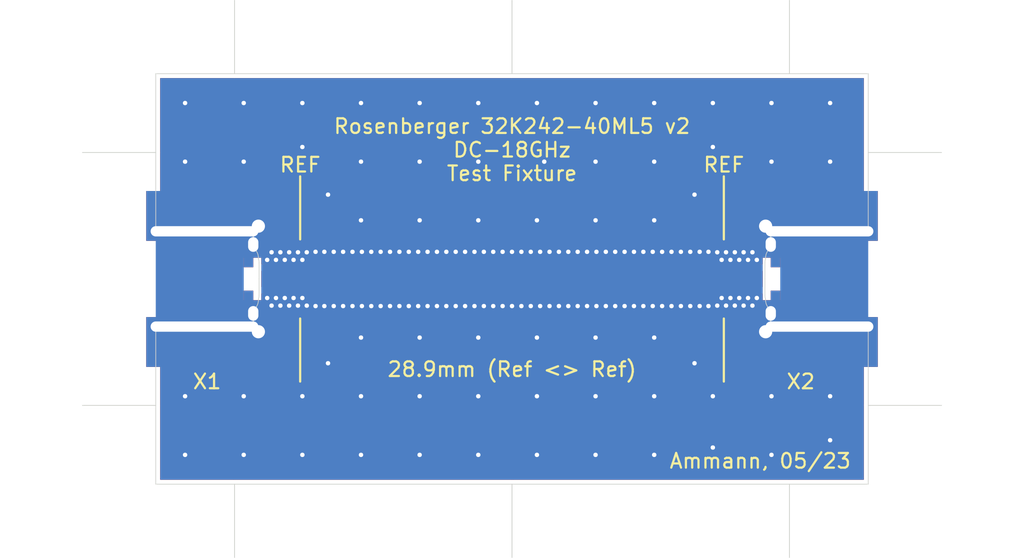
<source format=kicad_pcb>
(kicad_pcb (version 20221018) (generator pcbnew)
  (layers (0 "F.Cu" signal) (1 "In1.Cu" signal) (2 "In2.Cu" signal) (3 "In3.Cu" signal) (4 "In4.Cu" signal) (31 "B.Cu" signal) (34 "B.Paste" user) (35 "F.Paste" user) (36 "B.SilkS" user "B.Silkscreen") (37 "F.SilkS" user "F.Silkscreen") (38 "B.Mask" user) (39 "F.Mask" user) (44 "Edge.Cuts" user))
  (net 0 "")
  (net 1 "/RF_TRACE")
  (net 2 "GND")
  (footprint "AMMANN_RF_Connectors:Rosenberger_32K242-40ML5v2" (layer "F.Cu") (at 0 14)
    (fp_text reference "X1" (at 3.5 7 unlocked) (layer "F.SilkS"))
    (fp_text value "SMA_Rosenberger_32K242-40ML5_v2")
    (fp_line (start 0 -3.25) (end 6.65 -3.25) (stroke (width 0.05)) (layer "Edge.Cuts"))
    (fp_line (start 0 3.25) (end 6.65 3.25) (stroke (width 0.05)) (layer "Edge.Cuts"))
    (fp_line (start 6.65 -3.25) (end 6.65 -2.111438) (stroke (width 0.05)) (layer "Edge.Cuts"))
    (fp_line (start 6.65 3.25) (end 6.65 2.111438) (stroke (width 0.05)) (layer "Edge.Cuts"))
    (fp_line (start 7.05 0) (end 7.05 -1.1) (stroke (width 0.05)) (layer "Edge.Cuts"))
    (fp_line (start 7.05 0) (end 7.05 1.1) (stroke (width 0.05)) (layer "Edge.Cuts"))
    (fp_arc (start 6.65 -2.111438) (mid 6.921662 -1.79526) (end 6.997383 -1.38534) (stroke (width 0.05)) (layer "Edge.Cuts"))
    (fp_arc (start 6.997382 1.38534) (mid 6.921661 1.79526) (end 6.649999 2.111438) (stroke (width 0.05)) (layer "Edge.Cuts"))
    (fp_arc (start 6.997383 -1.385341) (mid 7.036736 -1.245076) (end 7.05 -1.1) (stroke (width 0.05)) (layer "Edge.Cuts"))
    (fp_arc (start 7.05 1.1) (mid 7.036736 1.245076) (end 6.997383 1.385341) (stroke (width 0.05)) (layer "Edge.Cuts"))
    (pad "1" connect custom (at 11.55 0) (size 0.5 0.65) (layers "F.Cu") (net 1 "/RF_TRACE") (options (clearance outline) (anchor rect)) (primitives (gr_poly (pts (xy -1.7 0.6) (xy -1.95 0.6) (xy -1.95 0.125) (xy -2.35 0.125) (xy -2.35 0.55) (xy -4.35 0.55) (xy -4.35 -0.55) (xy -2.35 -0.55) (xy -2.35 -0.125) (xy -1.95 -0.125) (xy -1.95 -0.6) (xy -1.7 -0.6) (xy -1.7 -0.325) (xy 0.25 -0.325) (xy 0.25 0.325) (xy -1.7 0.325)) (width 0) (fill yes))))
    (pad "2" thru_hole rect (at 3.325 -3.25) (size 9.15 3.4) (drill oval 7.35 0.7 (offset 0.6 -1.05)) (property pad_prop_castellated) (layers "*.Cu" "*.Mask") (net 2 "GND"))
    (pad "2" thru_hole rect (at 3.325 3.25) (size 9.15 3.4) (drill oval 7.35 0.7 (offset 0.6 1.05)) (property pad_prop_castellated) (layers "*.Cu" "*.Mask") (net 2 "GND"))
    (pad "2" thru_hole custom (at 6.65 -2.35) (size 1 1) (drill oval 0.7 2.5) (property pad_prop_castellated) (layers "*.Cu" "*.Mask") (net 2 "GND") (options (clearance outline) (anchor rect)) (primitives (gr_poly (pts (xy 0 0.9) (xy 0 1.55) (xy -0.65 1.55) (xy -0.65 0.8) (xy -0.65 -1.575) (xy 1.85 -1.575) (xy 1.85 1.35) (xy 0.55 1.35) (xy 0.55 0.9)) (width 0) (fill yes))))
    (pad "2" thru_hole custom (at 6.65 2.35 180) (size 1 1) (drill oval 0.7 2.5) (property pad_prop_castellated) (layers "*.Cu" "*.Mask") (net 2 "GND") (options (clearance outline) (anchor rect)) (primitives (gr_poly (pts (xy 0 0.9) (xy 0 1.55) (xy 0.65 1.55) (xy 0.65 0.8) (xy 0.65 -1.575) (xy -1.85 -1.575) (xy -1.85 1.35) (xy -0.55 1.35) (xy -0.55 0.9)) (width 0) (fill yes))))
    (pad "2" thru_hole circle (at 7 -3.6) (size 1.9 1.9) (drill 0.9) (property pad_prop_castellated) (layers "*.Cu" "*.Mask") (net 2 "GND"))
    (pad "2" thru_hole circle (at 7 3.6) (size 1.9 1.9) (drill 0.9) (property pad_prop_castellated) (layers "*.Cu" "*.Mask") (net 2 "GND"))
    (pad "2" thru_hole circle (at 7.6 -1.3) (size 0.6 0.6) (drill 0.3) (layers "*.Cu" "*.Mask") (net 2 "GND"))
    (pad "2" thru_hole circle (at 7.6 1.3) (size 0.6 0.6) (drill 0.3) (layers "*.Mask" "F.Cu" "In1.Cu" "B.Cu") (net 2 "GND"))
    (pad "2" smd rect (at 7.85 0) (size 1.3 2) (layers "B.Cu") (net 2 "GND"))
    (pad "2" thru_hole circle (at 7.9 -1.81962) (size 0.6 0.6) (drill 0.3) (layers "*.Cu" "*.Mask") (net 2 "GND"))
    (pad "2" thru_hole circle (at 7.9 1.81962) (size 0.6 0.6) (drill 0.3) (layers "*.Cu" "*.Mask") (net 2 "GND"))
    (pad "2" thru_hole circle (at 8.2 -1.3) (size 0.6 0.6) (drill 0.3) (layers "*.Mask" "F.Cu" "In1.Cu" "B.Cu") (net 2 "GND"))
    (pad "2" thru_hole circle (at 8.2 1.3) (size 0.6 0.6) (drill 0.3) (layers "*.Mask" "F.Cu" "In1.Cu" "B.Cu") (net 2 "GND"))
    (pad "2" thru_hole circle (at 8.5 -1.81962) (size 0.6 0.6) (drill 0.3) (layers "*.Cu") (net 2 "GND"))
    (pad "2" thru_hole circle (at 8.5 1.81962) (size 0.6 0.6) (drill 0.3) (layers "*.Cu") (net 2 "GND"))
    (pad "2" thru_hole circle (at 8.8 -1.3) (size 0.6 0.6) (drill 0.3) (layers "*.Cu") (net 2 "GND"))
    (pad "2" thru_hole circle (at 8.8 1.3) (size 0.6 0.6) (drill 0.3) (layers "*.Cu") (net 2 "GND"))
    (pad "2" thru_hole circle (at 9.1 -1.81962) (size 0.6 0.6) (drill 0.3) (layers "*.Cu" "F.Mask") (net 2 "GND"))
    (pad "2" thru_hole circle (at 9.1 1.81962) (size 0.6 0.6) (drill 0.3) (layers "*.Cu" "F.Mask") (net 2 "GND"))
    (pad "2" thru_hole circle (at 9.4 -1.3) (size 0.6 0.6) (drill 0.3) (layers "*.Cu" "F.Mask") (net 2 "GND"))
    (pad "2" thru_hole circle (at 9.4 1.3) (size 0.6 0.6) (drill 0.3) (layers "*.Cu" "F.Mask") (net 2 "GND"))
    (pad "2" thru_hole circle (at 9.7 -1.81962) (size 0.6 0.6) (drill 0.3) (layers "*.Cu" "F.Mask") (net 2 "GND"))
    (pad "2" thru_hole circle (at 9.7 1.81962) (size 0.6 0.6) (drill 0.3) (layers "*.Cu" "F.Mask") (net 2 "GND"))
    (pad "2" connect custom (at 10 -2.025) (size 0.25 0.25) (layers "F.Cu") (net 2 "GND") (options (clearance outline) (anchor rect)) (primitives (gr_poly (pts (xy 1.8 0.475) (xy 1.8 -0.125) (xy -1.6 -0.125) (xy -1.6 1.025) (xy 0.18 1.025) (xy 0.68 0.475)) (width 0) (fill yes))))
    (pad "2" thru_hole circle (at 10 -1.3) (size 0.6 0.6) (drill 0.3) (layers "*.Cu" "F.Mask") (net 2 "GND"))
    (pad "2" thru_hole circle (at 10 1.3) (size 0.6 0.6) (drill 0.3) (layers "*.Cu" "F.Mask") (net 2 "GND"))
    (pad "2" connect custom (at 10 2.025) (size 0.25 0.25) (layers "F.Cu") (net 2 "GND") (options (clearance outline) (anchor rect)) (primitives (gr_poly (pts (xy 1.8 -0.475) (xy 1.8 0.125) (xy -1.6 0.125) (xy -1.6 -1.025) (xy 0.18 -1.025) (xy 0.68 -0.475)) (width 0) (fill yes))))
    (pad "2" thru_hole circle (at 10.3 -1.81962) (size 0.6 0.6) (drill 0.3) (layers "*.Cu" "F.Mask") (net 2 "GND"))
    (pad "2" thru_hole circle (at 10.3 1.81962) (size 0.6 0.6) (drill 0.3) (layers "*.Cu" "F.Mask") (net 2 "GND"))
    (pad "2" thru_hole circle (at 10.8992 -1.85) (size 0.6 0.6) (drill 0.3) (layers "*.Cu" "F.Mask") (net 2 "GND"))
    (pad "2" thru_hole circle (at 10.8992 1.85) (size 0.6 0.6) (drill 0.3) (layers "*.Cu" "F.Mask") (net 2 "GND"))
    (pad "2" thru_hole circle (at 11.4992 -1.85) (size 0.6 0.6) (drill 0.3) (layers "*.Cu" "F.Mask") (net 2 "GND"))
    (pad "2" thru_hole circle (at 11.4992 1.85) (size 0.6 0.6) (drill 0.3) (layers "*.Cu" "F.Mask") (net 2 "GND"))
    (zone (net 0) (net_name "") (layer "F.Cu") (name "Keepout_F.Cu") (connect_pads (clearance 0)) (min_thickness 0.254)
      (keepout (tracks allowed) (vias not_allowed) (pads allowed) (copperpour not_allowed) (footprints not_allowed))
      (fill (thermal_gap 0.508) (thermal_bridge_width 0.508))
      (polygon (pts (xy 6 12.55) (xy 7.2 12.55) (xy 7.2 13) (xy 10.18 13) (xy 10.68 12.45) (xy 11.8 12.45) (xy 11.8 15.55) (xy 10.68 15.55) (xy 10.18 15) (xy 7.2 15) (xy 7.2 15.45) (xy 6 15.45) (xy 6 16.6) (xy 0 16.6) (xy 0 11.4) (xy 6 11.4)))
    )
    (zone (net 0) (net_name "") (layer "B.Cu") (connect_pads (clearance 0)) (min_thickness 0.254)
      (keepout (tracks not_allowed) (vias not_allowed) (pads allowed) (copperpour not_allowed) (footprints not_allowed))
      (fill (thermal_gap 0.508) (thermal_bridge_width 0.508))
      (polygon (pts (xy 7.25 15.45) (xy 6 15.45) (xy 6 12.55) (xy 7.25 12.55)))
    )
  )
  (footprint "AMMANN_RF_Connectors:Rosenberger_32K242-40ML5v2" (layer "F.Cu") (at 48.6 14 180)
    (fp_text reference "X2" (at 4.6 -7 unlocked) (layer "F.SilkS"))
    (fp_text value "SMA_Rosenberger_32K242-40ML5_v2")
    (fp_line (start 0 -3.25) (end 6.65 -3.25) (stroke (width 0.05)) (layer "Edge.Cuts"))
    (fp_line (start 0 3.25) (end 6.65 3.25) (stroke (width 0.05)) (layer "Edge.Cuts"))
    (fp_line (start 6.65 -3.25) (end 6.65 -2.111438) (stroke (width 0.05)) (layer "Edge.Cuts"))
    (fp_line (start 6.65 3.25) (end 6.65 2.111438) (stroke (width 0.05)) (layer "Edge.Cuts"))
    (fp_line (start 7.05 0) (end 7.05 -1.1) (stroke (width 0.05)) (layer "Edge.Cuts"))
    (fp_line (start 7.05 0) (end 7.05 1.1) (stroke (width 0.05)) (layer "Edge.Cuts"))
    (fp_arc (start 6.65 -2.111438) (mid 6.921662 -1.79526) (end 6.997383 -1.38534) (stroke (width 0.05)) (layer "Edge.Cuts"))
    (fp_arc (start 6.997382 1.38534) (mid 6.921661 1.79526) (end 6.649999 2.111438) (stroke (width 0.05)) (layer "Edge.Cuts"))
    (fp_arc (start 6.997383 -1.385341) (mid 7.036736 -1.245076) (end 7.05 -1.1) (stroke (width 0.05)) (layer "Edge.Cuts"))
    (fp_arc (start 7.05 1.1) (mid 7.036736 1.245076) (end 6.997383 1.385341) (stroke (width 0.05)) (layer "Edge.Cuts"))
    (pad "1" connect custom (at 11.55 0 180) (size 0.5 0.65) (layers "F.Cu") (net 1 "/RF_TRACE") (options (clearance outline) (anchor rect)) (primitives (gr_poly (pts (xy -1.7 0.6) (xy -1.95 0.6) (xy -1.95 0.125) (xy -2.35 0.125) (xy -2.35 0.55) (xy -4.35 0.55) (xy -4.35 -0.55) (xy -2.35 -0.55) (xy -2.35 -0.125) (xy -1.95 -0.125) (xy -1.95 -0.6) (xy -1.7 -0.6) (xy -1.7 -0.325) (xy 0.25 -0.325) (xy 0.25 0.325) (xy -1.7 0.325)) (width 0) (fill yes))))
    (pad "2" thru_hole rect (at 3.325 -3.25 180) (size 9.15 3.4) (drill oval 7.35 0.7 (offset 0.6 -1.05)) (property pad_prop_castellated) (layers "*.Cu" "*.Mask") (net 2 "GND"))
    (pad "2" thru_hole rect (at 3.325 3.25 180) (size 9.15 3.4) (drill oval 7.35 0.7 (offset 0.6 1.05)) (property pad_prop_castellated) (layers "*.Cu" "*.Mask") (net 2 "GND"))
    (pad "2" thru_hole custom (at 6.65 -2.35 180) (size 1 1) (drill oval 0.7 2.5) (property pad_prop_castellated) (layers "*.Cu" "*.Mask") (net 2 "GND") (options (clearance outline) (anchor rect)) (primitives (gr_poly (pts (xy 0 0.9) (xy 0 1.55) (xy -0.65 1.55) (xy -0.65 0.8) (xy -0.65 -1.575) (xy 1.85 -1.575) (xy 1.85 1.35) (xy 0.55 1.35) (xy 0.55 0.9)) (width 0) (fill yes))))
    (pad "2" thru_hole custom (at 6.65 2.35) (size 1 1) (drill oval 0.7 2.5) (property pad_prop_castellated) (layers "*.Cu" "*.Mask") (net 2 "GND") (options (clearance outline) (anchor rect)) (primitives (gr_poly (pts (xy 0 0.9) (xy 0 1.55) (xy 0.65 1.55) (xy 0.65 0.8) (xy 0.65 -1.575) (xy -1.85 -1.575) (xy -1.85 1.35) (xy -0.55 1.35) (xy -0.55 0.9)) (width 0) (fill yes))))
    (pad "2" thru_hole circle (at 7 -3.6 180) (size 1.9 1.9) (drill 0.9) (property pad_prop_castellated) (layers "*.Cu" "*.Mask") (net 2 "GND"))
    (pad "2" thru_hole circle (at 7 3.6 180) (size 1.9 1.9) (drill 0.9) (property pad_prop_castellated) (layers "*.Cu" "*.Mask") (net 2 "GND"))
    (pad "2" thru_hole circle (at 7.6 -1.3 180) (size 0.6 0.6) (drill 0.3) (layers "*.Cu" "*.Mask") (net 2 "GND"))
    (pad "2" thru_hole circle (at 7.6 1.3 180) (size 0.6 0.6) (drill 0.3) (layers "*.Mask" "F.Cu" "In1.Cu" "B.Cu") (net 2 "GND"))
    (pad "2" smd rect (at 7.85 0 180) (size 1.3 2) (layers "B.Cu") (net 2 "GND"))
    (pad "2" thru_hole circle (at 7.9 -1.81962 180) (size 0.6 0.6) (drill 0.3) (layers "*.Cu" "*.Mask") (net 2 "GND"))
    (pad "2" thru_hole circle (at 7.9 1.81962 180) (size 0.6 0.6) (drill 0.3) (layers "*.Cu" "*.Mask") (net 2 "GND"))
    (pad "2" thru_hole circle (at 8.2 -1.3 180) (size 0.6 0.6) (drill 0.3) (layers "*.Mask" "F.Cu" "In1.Cu" "B.Cu") (net 2 "GND"))
    (pad "2" thru_hole circle (at 8.2 1.3 180) (size 0.6 0.6) (drill 0.3) (layers "*.Mask" "F.Cu" "In1.Cu" "B.Cu") (net 2 "GND"))
    (pad "2" thru_hole circle (at 8.5 -1.81962 180) (size 0.6 0.6) (drill 0.3) (layers "*.Cu") (net 2 "GND"))
    (pad "2" thru_hole circle (at 8.5 1.81962 180) (size 0.6 0.6) (drill 0.3) (layers "*.Cu") (net 2 "GND"))
    (pad "2" thru_hole circle (at 8.8 -1.3 180) (size 0.6 0.6) (drill 0.3) (layers "*.Cu") (net 2 "GND"))
    (pad "2" thru_hole circle (at 8.8 1.3 180) (size 0.6 0.6) (drill 0.3) (layers "*.Cu") (net 2 "GND"))
    (pad "2" thru_hole circle (at 9.1 -1.81962 180) (size 0.6 0.6) (drill 0.3) (layers "*.Cu" "F.Mask") (net 2 "GND"))
    (pad "2" thru_hole circle (at 9.1 1.81962 180) (size 0.6 0.6) (drill 0.3) (layers "*.Cu" "F.Mask") (net 2 "GND"))
    (pad "2" thru_hole circle (at 9.4 -1.3 180) (size 0.6 0.6) (drill 0.3) (layers "*.Cu" "F.Mask") (net 2 "GND"))
    (pad "2" thru_hole circle (at 9.4 1.3 180) (size 0.6 0.6) (drill 0.3) (layers "*.Cu" "F.Mask") (net 2 "GND"))
    (pad "2" thru_hole circle (at 9.7 -1.81962 180) (size 0.6 0.6) (drill 0.3) (layers "*.Cu" "F.Mask") (net 2 "GND"))
    (pad "2" thru_hole circle (at 9.7 1.81962 180) (size 0.6 0.6) (drill 0.3) (layers "*.Cu" "F.Mask") (net 2 "GND"))
    (pad "2" connect custom (at 10 -2.025 180) (size 0.25 0.25) (layers "F.Cu") (net 2 "GND") (options (clearance outline) (anchor rect)) (primitives (gr_poly (pts (xy 1.8 0.475) (xy 1.8 -0.125) (xy -1.6 -0.125) (xy -1.6 1.025) (xy 0.18 1.025) (xy 0.68 0.475)) (width 0) (fill yes))))
    (pad "2" thru_hole circle (at 10 -1.3 180) (size 0.6 0.6) (drill 0.3) (layers "*.Cu" "F.Mask") (net 2 "GND"))
    (pad "2" thru_hole circle (at 10 1.3 180) (size 0.6 0.6) (drill 0.3) (layers "*.Cu" "F.Mask") (net 2 "GND"))
    (pad "2" connect custom (at 10 2.025 180) (size 0.25 0.25) (layers "F.Cu") (net 2 "GND") (options (clearance outline) (anchor rect)) (primitives (gr_poly (pts (xy 1.8 -0.475) (xy 1.8 0.125) (xy -1.6 0.125) (xy -1.6 -1.025) (xy 0.18 -1.025) (xy 0.68 -0.475)) (width 0) (fill yes))))
    (pad "2" thru_hole circle (at 10.3 -1.81962 180) (size 0.6 0.6) (drill 0.3) (layers "*.Cu" "F.Mask") (net 2 "GND"))
    (pad "2" thru_hole circle (at 10.3 1.81962 180) (size 0.6 0.6) (drill 0.3) (layers "*.Cu" "F.Mask") (net 2 "GND"))
    (pad "2" thru_hole circle (at 10.8992 -1.85 180) (size 0.6 0.6) (drill 0.3) (layers "*.Cu" "F.Mask") (net 2 "GND"))
    (pad "2" thru_hole circle (at 10.8992 1.85 180) (size 0.6 0.6) (drill 0.3) (layers "*.Cu" "F.Mask") (net 2 "GND"))
    (pad "2" thru_hole circle (at 11.4992 -1.85 180) (size 0.6 0.6) (drill 0.3) (layers "*.Cu" "F.Mask") (net 2 "GND"))
    (pad "2" thru_hole circle (at 11.4992 1.85 180) (size 0.6 0.6) (drill 0.3) (layers "*.Cu" "F.Mask") (net 2 "GND"))
    (zone (net 0) (net_name "") (layer "F.Cu") (name "Keepout_F.Cu") (connect_pads (clearance 0)) (min_thickness 0.254)
      (keepout (tracks allowed) (vias not_allowed) (pads allowed) (copperpour not_allowed) (footprints not_allowed))
      (fill (thermal_gap 0.508) (thermal_bridge_width 0.508))
      (polygon (pts (xy 42.6 15.45) (xy 41.4 15.45) (xy 41.4 15) (xy 38.42 15) (xy 37.92 15.55) (xy 36.8 15.55) (xy 36.8 12.45) (xy 37.92 12.45) (xy 38.42 13) (xy 41.4 13) (xy 41.4 12.55) (xy 42.6 12.55) (xy 42.6 11.4) (xy 48.6 11.4) (xy 48.6 16.6) (xy 42.6 16.6)))
    )
    (zone (net 0) (net_name "") (layer "B.Cu") (connect_pads (clearance 0)) (min_thickness 0.254)
      (keepout (tracks not_allowed) (vias not_allowed) (pads allowed) (copperpour not_allowed) (footprints not_allowed))
      (fill (thermal_gap 0.508) (thermal_bridge_width 0.508))
      (polygon (pts (xy 41.35 12.55) (xy 42.6 12.55) (xy 42.6 15.45) (xy 41.35 15.45)))
    )
  )
  (gr_line (start 9.85 21) (end 9.85 16.7) (stroke (width 0.15)) (layer "F.SilkS"))
  (gr_line (start 9.85 11.3) (end 9.85 7) (stroke (width 0.15)) (layer "F.SilkS"))
  (gr_line (start 38.75 11.3) (end 38.75 7) (stroke (width 0.15)) (layer "F.SilkS"))
  (gr_line (start 38.75 21) (end 38.75 16.7) (stroke (width 0.15)) (layer "F.SilkS"))
  (gr_line (start -5 22.625) (end 0 22.625) (stroke (width 0.05588)) (layer "Edge.Cuts"))
  (gr_line (start 48.6 17.25) (end 48.6 28) (stroke (width 0.05)) (layer "Edge.Cuts"))
  (gr_line (start 48.6 5.375) (end 53.6 5.375) (stroke (width 0.05588)) (layer "Edge.Cuts"))
  (gr_line (start 5.375 28) (end 5.375 33) (stroke (width 0.05588)) (layer "Edge.Cuts"))
  (gr_line (start 48.6 22.625) (end 53.6 22.625) (stroke (width 0.05588)) (layer "Edge.Cuts"))
  (gr_line (start 43.225 0) (end 43.225 -5) (stroke (width 0.05588)) (layer "Edge.Cuts"))
  (gr_line (start -5 5.375) (end 0 5.375) (stroke (width 0.05588)) (layer "Edge.Cuts"))
  (gr_line (start 48.6 0) (end 48.6 10.75) (stroke (width 0.05)) (layer "Edge.Cuts"))
  (gr_line (start 0 0) (end 48.6 0) (stroke (width 0.05)) (layer "Edge.Cuts"))
  (gr_line (start 43.225 28) (end 43.225 33) (stroke (width 0.05588)) (layer "Edge.Cuts"))
  (gr_line (start 5.375 0) (end 5.375 -5) (stroke (width 0.05588)) (layer "Edge.Cuts"))
  (gr_line (start 24.3 0) (end 24.3 -5) (stroke (width 0.05588)) (layer "Edge.Cuts"))
  (gr_line (start 0 28) (end 0 17.25) (stroke (width 0.05)) (layer "Edge.Cuts"))
  (gr_line (start 48.6 28) (end 0 28) (stroke (width 0.05)) (layer "Edge.Cuts"))
  (gr_line (start 24.3 28) (end 24.3 33) (stroke (width 0.05588)) (layer "Edge.Cuts"))
  (gr_line (start 0 10.75) (end 0 0) (stroke (width 0.05)) (layer "Edge.Cuts"))
  (gr_text "REF" (at 9.85 6.8) (layer "F.SilkS") (effects (font (size 1 1)) (justify bottom)))
  (gr_text "REF" (at 38.75 6.8) (layer "F.SilkS") (effects (font (size 1 1)) (justify bottom)))
  (gr_text "Ammann, 05/23" (at 47.5 27) (layer "F.SilkS") (effects (font (size 1 1)) (justify right bottom)))
  (gr_text "28.9mm (Ref <> Ref)" (at 24.3 20.75) (layer "F.SilkS") (effects (font (size 1 1)) (justify bottom)))
  (gr_text "Rosenberger 32K242-40ML5 v2\nDC-18GHz\nTest Fixture" (at 24.3 3) (layer "F.SilkS") (effects (font (size 1 1)) (justify top)))
  (segment (start 11.55 14) (end 37.05 14) (width 0.65) (layer "F.Cu") (net 1))
  (via (at 34 6) (size 0.6) (drill 0.3) (layers "F.Cu" "B.Cu") (net 2))
  (via (at 12.14 12.15) (size 0.6) (drill 0.3) (layers "F.Cu" "B.Cu") (net 2))
  (via (at 13.42 12.15) (size 0.6) (drill 0.3) (layers "F.Cu" "B.Cu") (net 2))
  (via (at 14 10) (size 0.6) (drill 0.3) (layers "F.Cu" "B.Cu") (net 2))
  (via (at 23.02 15.85) (size 0.6) (drill 0.3) (layers "F.Cu" "B.Cu") (net 2))
  (via (at 22 22) (size 0.6) (drill 0.3) (layers "F.Cu" "B.Cu") (net 2))
  (via (at 30 26) (size 0.6) (drill 0.3) (layers "F.Cu" "B.Cu") (net 2))
  (via (at 17.9 12.15) (size 0.6) (drill 0.3) (layers "F.Cu" "B.Cu") (net 2))
  (via (at 11.75 19.75) (size 0.6) (drill 0.3) (layers "F.Cu" "B.Cu") (net 2))
  (via (at 20.46 15.85) (size 0.6) (drill 0.3) (layers "F.Cu" "B.Cu") (net 2))
  (via (at 10 5) (size 0.6) (drill 0.3) (layers "F.Cu" "B.Cu") (net 2))
  (via (at 34.54 12.15) (size 0.6) (drill 0.3) (layers "F.Cu" "B.Cu") (net 2))
  (via (at 23.66 15.85) (size 0.6) (drill 0.3) (layers "F.Cu" "B.Cu") (net 2))
  (via (at 6 6) (size 0.6) (drill 0.3) (layers "F.Cu" "B.Cu") (net 2))
  (via (at 29.42 15.85) (size 0.6) (drill 0.3) (layers "F.Cu" "B.Cu") (net 2))
  (via (at 24.94 15.85) (size 0.6) (drill 0.3) (layers "F.Cu" "B.Cu") (net 2))
  (via (at 30 6) (size 0.6) (drill 0.3) (layers "F.Cu" "B.Cu") (net 2))
  (via (at 6 22) (size 0.6) (drill 0.3) (layers "F.Cu" "B.Cu") (net 2))
  (via (at 22 18) (size 0.6) (drill 0.3) (layers "F.Cu" "B.Cu") (net 2))
  (via (at 22.38 12.15) (size 0.6) (drill 0.3) (layers "F.Cu" "B.Cu") (net 2))
  (via (at 28.14 12.15) (size 0.6) (drill 0.3) (layers "F.Cu" "B.Cu") (net 2))
  (via (at 22 6) (size 0.6) (drill 0.3) (layers "F.Cu" "B.Cu") (net 2))
  (via (at 22 26) (size 0.6) (drill 0.3) (layers "F.Cu" "B.Cu") (net 2))
  (via (at 17.26 15.85) (size 0.6) (drill 0.3) (layers "F.Cu" "B.Cu") (net 2))
  (via (at 36.46 12.15) (size 0.6) (drill 0.3) (layers "F.Cu" "B.Cu") (net 2))
  (via (at 10 2) (size 0.6) (drill 0.3) (layers "F.Cu" "B.Cu") (net 2))
  (via (at 14 22) (size 0.6) (drill 0.3) (layers "F.Cu" "B.Cu") (net 2))
  (via (at 34 22) (size 0.6) (drill 0.3) (layers "F.Cu" "B.Cu") (net 2))
  (via (at 36.46 15.85) (size 0.6) (drill 0.3) (layers "F.Cu" "B.Cu") (net 2))
  (via (at 30.06 12.15) (size 0.6) (drill 0.3) (layers "F.Cu" "B.Cu") (net 2))
  (via (at 12.78 15.85) (size 0.6) (drill 0.3) (layers "F.Cu" "B.Cu") (net 2))
  (via (at 2 2) (size 0.6) (drill 0.3) (layers "F.Cu" "B.Cu") (net 2))
  (via (at 21.74 12.15) (size 0.6) (drill 0.3) (layers "F.Cu" "B.Cu") (net 2))
  (via (at 30.7 15.85) (size 0.6) (drill 0.3) (layers "F.Cu" "B.Cu") (net 2))
  (via (at 22 10) (size 0.6) (drill 0.3) (layers "F.Cu" "B.Cu") (net 2))
  (via (at 30 22) (size 0.6) (drill 0.3) (layers "F.Cu" "B.Cu") (net 2))
  (via (at 26.86 12.15) (size 0.6) (drill 0.3) (layers "F.Cu" "B.Cu") (net 2))
  (via (at 36.75 8.25) (size 0.6) (drill 0.3) (layers "F.Cu" "B.Cu") (net 2))
  (via (at 14.06 12.15) (size 0.6) (drill 0.3) (layers "F.Cu" "B.Cu") (net 2))
  (via (at 36.75 19.75) (size 0.6) (drill 0.3) (layers "F.Cu" "B.Cu") (net 2))
  (via (at 22 2) (size 0.6) (drill 0.3) (layers "F.Cu" "B.Cu") (net 2))
  (via (at 12.78 12.15) (size 0.6) (drill 0.3) (layers "F.Cu" "B.Cu") (net 2))
  (via (at 21.1 12.15) (size 0.6) (drill 0.3) (layers "F.Cu" "B.Cu") (net 2))
  (via (at 20.46 12.15) (size 0.6) (drill 0.3) (layers "F.Cu" "B.Cu") (net 2))
  (via (at 23.02 12.15) (size 0.6) (drill 0.3) (layers "F.Cu" "B.Cu") (net 2))
  (via (at 21.1 15.85) (size 0.6) (drill 0.3) (layers "F.Cu" "B.Cu") (net 2))
  (via (at 26 10) (size 0.6) (drill 0.3) (layers "F.Cu" "B.Cu") (net 2))
  (via (at 34 26) (size 0.6) (drill 0.3) (layers "F.Cu" "B.Cu") (net 2))
  (via (at 46 22) (size 0.6) (drill 0.3) (layers "F.Cu" "B.Cu") (net 2))
  (via (at 38 22) (size 0.6) (drill 0.3) (layers "F.Cu" "B.Cu") (net 2))
  (via (at 31.34 15.85) (size 0.6) (drill 0.3) (layers "F.Cu" "B.Cu") (net 2))
  (via (at 30 10) (size 0.6) (drill 0.3) (layers "F.Cu" "B.Cu") (net 2))
  (via (at 25.58 15.85) (size 0.6) (drill 0.3) (layers "F.Cu" "B.Cu") (net 2))
  (via (at 14.06 15.85) (size 0.6) (drill 0.3) (layers "F.Cu" "B.Cu") (net 2))
  (via (at 30 18) (size 0.6) (drill 0.3) (layers "F.Cu" "B.Cu") (net 2))
  (via (at 6 26) (size 0.6) (drill 0.3) (layers "F.Cu" "B.Cu") (net 2))
  (via (at 35.82 15.85) (size 0.6) (drill 0.3) (layers "F.Cu" "B.Cu") (net 2))
  (via (at 19.82 15.85) (size 0.6) (drill 0.3) (layers "F.Cu" "B.Cu") (net 2))
  (via (at 26.22 12.15) (size 0.6) (drill 0.3) (layers "F.Cu" "B.Cu") (net 2))
  (via (at 35.18 15.85) (size 0.6) (drill 0.3) (layers "F.Cu" "B.Cu") (net 2))
  (via (at 33.26 12.15) (size 0.6) (drill 0.3) (layers "F.Cu" "B.Cu") (net 2))
  (via (at 18 2) (size 0.6) (drill 0.3) (layers "F.Cu" "B.Cu") (net 2))
  (via (at 38 25.5) (size 0.6) (drill 0.3) (layers "F.Cu" "B.Cu") (net 2))
  (via (at 24.3 12.15) (size 0.6) (drill 0.3) (layers "F.Cu" "B.Cu") (net 2))
  (via (at 33.9 12.15) (size 0.6) (drill 0.3) (layers "F.Cu" "B.Cu") (net 2))
  (via (at 6 2) (size 0.6) (drill 0.3) (layers "F.Cu" "B.Cu") (net 2))
  (via (at 15.98 15.85) (size 0.6) (drill 0.3) (layers "F.Cu" "B.Cu") (net 2))
  (via (at 27.5 12.15) (size 0.6) (drill 0.3) (layers "F.Cu" "B.Cu") (net 2))
  (via (at 38 2) (size 0.6) (drill 0.3) (layers "F.Cu" "B.Cu") (net 2))
  (via (at 15.98 12.15) (size 0.6) (drill 0.3) (layers "F.Cu" "B.Cu") (net 2))
  (via (at 35.18 12.15) (size 0.6) (drill 0.3) (layers "F.Cu" "B.Cu") (net 2))
  (via (at 26.86 15.85) (size 0.6) (drill 0.3) (layers "F.Cu" "B.Cu") (net 2))
  (via (at 24.94 12.15) (size 0.6) (drill 0.3) (layers "F.Cu" "B.Cu") (net 2))
  (via (at 33.9 15.85) (size 0.6) (drill 0.3) (layers "F.Cu" "B.Cu") (net 2))
  (via (at 27.5 15.85) (size 0.6) (drill 0.3) (layers "F.Cu" "B.Cu") (net 2))
  (via (at 19.82 12.15) (size 0.6) (drill 0.3) (layers "F.Cu" "B.Cu") (net 2))
  (via (at 31.34 12.15) (size 0.6) (drill 0.3) (layers "F.Cu" "B.Cu") (net 2))
  (via (at 31.98 12.15) (size 0.6) (drill 0.3) (layers "F.Cu" "B.Cu") (net 2))
  (via (at 18 10) (size 0.6) (drill 0.3) (layers "F.Cu" "B.Cu") (net 2))
  (via (at 26 18) (size 0.6) (drill 0.3) (layers "F.Cu" "B.Cu") (net 2))
  (via (at 35.82 12.15) (size 0.6) (drill 0.3) (layers "F.Cu" "B.Cu") (net 2))
  (via (at 42 22) (size 0.6) (drill 0.3) (layers "F.Cu" "B.Cu") (net 2))
  (via (at 19.18 15.85) (size 0.6) (drill 0.3) (layers "F.Cu" "B.Cu") (net 2))
  (via (at 34.54 15.85) (size 0.6) (drill 0.3) (layers "F.Cu" "B.Cu") (net 2))
  (via (at 25.58 12.15) (size 0.6) (drill 0.3) (layers "F.Cu" "B.Cu") (net 2))
  (via (at 14 18) (size 0.6) (drill 0.3) (layers "F.Cu" "B.Cu") (net 2))
  (via (at 2 6) (size 0.6) (drill 0.3) (layers "F.Cu" "B.Cu") (net 2))
  (via (at 42 6) (size 0.6) (drill 0.3) (layers "F.Cu" "B.Cu") (net 2))
  (via (at 31.98 15.85) (size 0.6) (drill 0.3) (layers "F.Cu" "B.Cu") (net 2))
  (via (at 18 26) (size 0.6) (drill 0.3) (layers "F.Cu" "B.Cu") (net 2))
  (via (at 13.42 15.85) (size 0.6) (drill 0.3) (layers "F.Cu" "B.Cu") (net 2))
  (via (at 28.78 15.85) (size 0.6) (drill 0.3) (layers "F.Cu" "B.Cu") (net 2))
  (via (at 16.62 15.85) (size 0.6) (drill 0.3) (layers "F.Cu" "B.Cu") (net 2))
  (via (at 46 2) (size 0.6) (drill 0.3) (layers "F.Cu" "B.Cu") (net 2))
  (via (at 18 22) (size 0.6) (drill 0.3) (layers "F.Cu" "B.Cu") (net 2))
  (via (at 2 22) (size 0.6) (drill 0.3) (layers "F.Cu" "B.Cu") (net 2))
  (via (at 14 6) (size 0.6) (drill 0.3) (layers "F.Cu" "B.Cu") (net 2))
  (via (at 26.22 15.85) (size 0.6) (drill 0.3) (layers "F.Cu" "B.Cu") (net 2))
  (via (at 30.7 12.15) (size 0.6) (drill 0.3) (layers "F.Cu" "B.Cu") (net 2))
  (via (at 14 26) (size 0.6) (drill 0.3) (layers "F.Cu" "B.Cu") (net 2))
  (via (at 34 2) (size 0.6) (drill 0.3) (layers "F.Cu" "B.Cu") (net 2))
  (via (at 17.9 15.85) (size 0.6) (drill 0.3) (layers "F.Cu" "B.Cu") (net 2))
  (via (at 32.62 12.15) (size 0.6) (drill 0.3) (layers "F.Cu" "B.Cu") (net 2))
  (via (at 17.26 12.15) (size 0.6) (drill 0.3) (layers "F.Cu" "B.Cu") (net 2))
  (via (at 10 26) (size 0.6) (drill 0.3) (layers "F.Cu" "B.Cu") (net 2))
  (via (at 28.78 12.15) (size 0.6) (drill 0.3) (layers "F.Cu" "B.Cu") (net 2))
  (via (at 16.62 12.15) (size 0.6) (drill 0.3) (layers "F.Cu" "B.Cu") (net 2))
  (via (at 30.06 15.85) (size 0.6) (drill 0.3) (layers "F.Cu" "B.Cu") (net 2))
  (via (at 11.75 8.25) (size 0.6) (drill 0.3) (layers "F.Cu" "B.Cu") (net 2))
  (via (at 26 22) (size 0.6) (drill 0.3) (layers "F.Cu" "B.Cu") (net 2))
  (via (at 22.38 15.85) (size 0.6) (drill 0.3) (layers "F.Cu" "B.Cu") (net 2))
  (via (at 15.34 15.85) (size 0.6) (drill 0.3) (layers "F.Cu" "B.Cu") (net 2))
  (via (at 12.14 15.85) (size 0.6) (drill 0.3) (layers "F.Cu" "B.Cu") (net 2))
  (via (at 28.14 15.85) (size 0.6) (drill 0.3) (layers "F.Cu" "B.Cu") (net 2))
  (via (at 14 2) (size 0.6) (drill 0.3) (layers "F.Cu" "B.Cu") (net 2))
  (via (at 34 18) (size 0.6) (drill 0.3) (layers "F.Cu" "B.Cu") (net 2))
  (via (at 2 26) (size 0.6) (drill 0.3) (layers "F.Cu" "B.Cu") (net 2))
  (via (at 26.5 6) (size 0.6) (drill 0.3) (layers "F.Cu" "B.Cu") (net 2))
  (via (at 26 26) (size 0.6) (drill 0.3) (layers "F.Cu" "B.Cu") (net 2))
  (via (at 32.62 15.85) (size 0.6) (drill 0.3) (layers "F.Cu" "B.Cu") (net 2))
  (via (at 46 25) (size 0.6) (drill 0.3) (layers "F.Cu" "B.Cu") (net 2))
  (via (at 18 6) (size 0.6) (drill 0.3) (layers "F.Cu" "B.Cu") (net 2))
  (via (at 30 2) (size 0.6) (drill 0.3) (layers "F.Cu" "B.Cu") (net 2))
  (via (at 18.54 15.85) (size 0.6) (drill 0.3) (layers "F.Cu" "B.Cu") (net 2))
  (via (at 14.7 12.15) (size 0.6) (drill 0.3) (layers "F.Cu" "B.Cu") (net 2))
  (via (at 24.3 15.85) (size 0.6) (drill 0.3) (layers "F.Cu" "B.Cu") (net 2))
  (via (at 10 22) (size 0.6) (drill 0.3) (layers "F.Cu" "B.Cu") (net 2))
  (via (at 15.34 12.15) (size 0.6) (drill 0.3) (layers "F.Cu" "B.Cu") (net 2))
  (via (at 26 2) (size 0.6) (drill 0.3) (layers "F.Cu" "B.Cu") (net 2))
  (via (at 29.42 12.15) (size 0.6) (drill 0.3) (layers "F.Cu" "B.Cu") (net 2))
  (via (at 34 10) (size 0.6) (drill 0.3) (layers "F.Cu" "B.Cu") (net 2))
  (via (at 19.18 12.15) (size 0.6) (drill 0.3) (layers "F.Cu" "B.Cu") (net 2))
  (via (at 33.26 15.85) (size 0.6) (drill 0.3) (layers "F.Cu" "B.Cu") (net 2))
  (via (at 46 6) (size 0.6) (drill 0.3) (layers "F.Cu" "B.Cu") (net 2))
  (via (at 42 2) (size 0.6) (drill 0.3) (layers "F.Cu" "B.Cu") (net 2))
  (via (at 14.7 15.85) (size 0.6) (drill 0.3) (layers "F.Cu" "B.Cu") (net 2))
  (via (at 42 26) (size 0.6) (drill 0.3) (layers "F.Cu" "B.Cu") (net 2))
  (via (at 38 5) (size 0.6) (drill 0.3) (layers "F.Cu" "B.Cu") (net 2))
  (via (at 18.54 12.15) (size 0.6) (drill 0.3) (layers "F.Cu" "B.Cu") (net 2))
  (via (at 21.74 15.85) (size 0.6) (drill 0.3) (layers "F.Cu" "B.Cu") (net 2))
  (via (at 18 18) (size 0.6) (drill 0.3) (layers "F.Cu" "B.Cu") (net 2))
  (via (at 23.66 12.15) (size 0.6) (drill 0.3) (layers "F.Cu" "B.Cu") (net 2))
  (zone (net 0) (net_name "") (layers "F.Cu" "In1.Cu") (connect_pads (clearance 0)) (min_thickness 0.25)
    (keepout (tracks allowed) (vias not_allowed) (pads not_allowed) (copperpour not_allowed) (footprints allowed))
    (fill (thermal_gap 0.5) (thermal_bridge_width 0.5))
    (polygon (pts (xy 11.8 12.45) (xy 36.8 12.45) (xy 36.8 15.55) (xy 11.8 15.55)))
  )
  (zone (net 2) (net_name "GND") (layers "F.Cu" "In1.Cu" "In2.Cu" "In3.Cu" "In4.Cu" "B.Cu") (connect_pads yes (clearance 0.2)) (min_thickness 0.025) (fill yes (thermal_gap 0.5) (thermal_bridge_width 0.5))
    (polygon (pts (xy 0 0) (xy 48.6 0) (xy 48.6 28) (xy 0 28)))
  )
)
</source>
